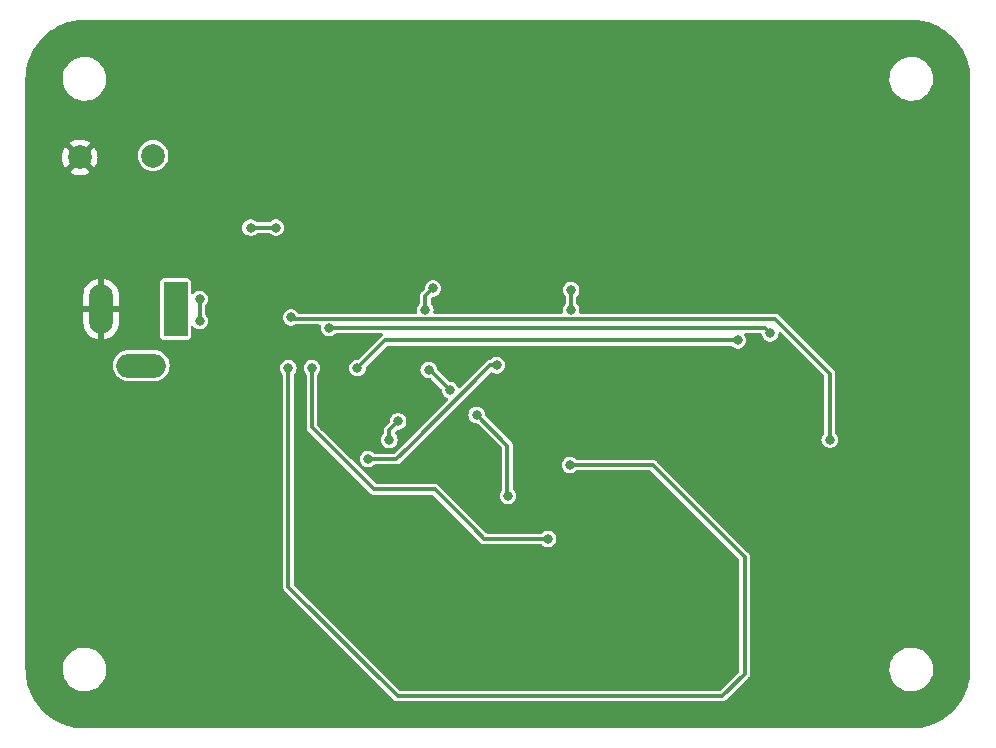
<source format=gbr>
%TF.GenerationSoftware,KiCad,Pcbnew,7.0.1*%
%TF.CreationDate,2023-04-18T15:39:04-07:00*%
%TF.ProjectId,makerspace-smt-training,6d616b65-7273-4706-9163-652d736d742d,rev?*%
%TF.SameCoordinates,Original*%
%TF.FileFunction,Copper,L2,Bot*%
%TF.FilePolarity,Positive*%
%FSLAX46Y46*%
G04 Gerber Fmt 4.6, Leading zero omitted, Abs format (unit mm)*
G04 Created by KiCad (PCBNEW 7.0.1) date 2023-04-18 15:39:04*
%MOMM*%
%LPD*%
G01*
G04 APERTURE LIST*
%TA.AperFunction,ComponentPad*%
%ADD10R,2.000000X4.600000*%
%TD*%
%TA.AperFunction,ComponentPad*%
%ADD11O,2.000000X4.200000*%
%TD*%
%TA.AperFunction,ComponentPad*%
%ADD12O,4.200000X2.000000*%
%TD*%
%TA.AperFunction,ComponentPad*%
%ADD13C,2.000000*%
%TD*%
%TA.AperFunction,ViaPad*%
%ADD14C,0.800000*%
%TD*%
%TA.AperFunction,Conductor*%
%ADD15C,0.300000*%
%TD*%
G04 APERTURE END LIST*
D10*
%TO.P,J1,1*%
%TO.N,VDD*%
X93705000Y-68479000D03*
D11*
%TO.P,J1,2*%
%TO.N,GND*%
X87405000Y-68479000D03*
D12*
%TO.P,J1,3*%
%TO.N,unconnected-(J1-Pad3)*%
X90805000Y-73279000D03*
%TD*%
D13*
%TO.P,TP8,1,1*%
%TO.N,GND*%
X85600000Y-55650000D03*
%TD*%
%TO.P,TP7,1,1*%
%TO.N,/Output_555*%
X91800000Y-55500000D03*
%TD*%
D14*
%TO.N,GND*%
X132080000Y-78740000D03*
X154650000Y-82400000D03*
X147200000Y-92700000D03*
X124350000Y-61300000D03*
X154700000Y-69750000D03*
X113400000Y-66050000D03*
X135300000Y-95900000D03*
X124150000Y-92100000D03*
X135350000Y-55850000D03*
X147500000Y-58000000D03*
X101100000Y-70250000D03*
X106250000Y-78450000D03*
X116450000Y-82100000D03*
X88450000Y-55700000D03*
X118100000Y-72100000D03*
X96500000Y-60350000D03*
X108450000Y-63850000D03*
%TO.N,Net-(U1-THR)*%
X100055500Y-61602079D03*
X102200000Y-61600000D03*
%TO.N,Net-(U2-Q0)*%
X114850000Y-68586481D03*
X115500000Y-66750000D03*
%TO.N,Net-(U2-Q1)*%
X109108982Y-73500500D03*
X141300000Y-71150000D03*
%TO.N,Net-(U2-Q2)*%
X106700000Y-70085981D03*
X144050000Y-70550000D03*
%TO.N,Net-(U2-Q3)*%
X149100000Y-79550000D03*
X103500000Y-69200000D03*
%TO.N,Net-(U2-Q5)*%
X116950000Y-75350000D03*
X119200000Y-77450000D03*
X115150000Y-73650000D03*
X121850000Y-84300000D03*
%TO.N,Net-(U2-Q6)*%
X125250000Y-87950000D03*
X105250000Y-73500500D03*
%TO.N,Net-(U2-Q7)*%
X127100000Y-81700000D03*
X103250000Y-73500500D03*
%TO.N,Net-(U2-Q8)*%
X120900000Y-73250500D03*
X110000000Y-81199500D03*
%TO.N,Net-(U2-Q9)*%
X127200000Y-68586481D03*
X111800000Y-79581607D03*
X127200000Y-66887481D03*
X112550000Y-78000000D03*
%TO.N,/Output_555*%
X95750000Y-67650000D03*
X95750000Y-69499500D03*
%TD*%
D15*
%TO.N,Net-(U1-THR)*%
X102197921Y-61602079D02*
X102200000Y-61600000D01*
X100055500Y-61602079D02*
X102197921Y-61602079D01*
%TO.N,Net-(U2-Q0)*%
X114850000Y-68586481D02*
X114850000Y-67400000D01*
X114850000Y-67400000D02*
X115500000Y-66750000D01*
%TO.N,Net-(U2-Q1)*%
X111459482Y-71150000D02*
X141300000Y-71150000D01*
X109108982Y-73500500D02*
X111459482Y-71150000D01*
%TO.N,Net-(U2-Q2)*%
X143585981Y-70085981D02*
X144050000Y-70550000D01*
X106700000Y-70085981D02*
X143585981Y-70085981D01*
%TO.N,Net-(U2-Q3)*%
X103636481Y-69336481D02*
X144486481Y-69336481D01*
X149100000Y-73950000D02*
X149100000Y-79200000D01*
X103500000Y-69200000D02*
X103636481Y-69336481D01*
X149100000Y-79200000D02*
X149100000Y-79550000D01*
X144486481Y-69336481D02*
X149100000Y-73950000D01*
%TO.N,Net-(U2-Q5)*%
X121800000Y-84250000D02*
X121850000Y-84300000D01*
X121800000Y-80050000D02*
X121800000Y-84000000D01*
X119200000Y-77450000D02*
X121800000Y-80050000D01*
X115150000Y-73650000D02*
X115250000Y-73650000D01*
X121800000Y-84000000D02*
X121800000Y-84250000D01*
X115250000Y-73650000D02*
X116950000Y-75350000D01*
%TO.N,Net-(U2-Q6)*%
X119850000Y-87950000D02*
X125250000Y-87950000D01*
X115550000Y-83750000D02*
X115650000Y-83750000D01*
X105250000Y-78510661D02*
X110489339Y-83750000D01*
X110489339Y-83750000D02*
X111900000Y-83750000D01*
X105250000Y-73500500D02*
X105250000Y-78510661D01*
X111900000Y-83750000D02*
X115550000Y-83750000D01*
X115650000Y-83750000D02*
X118950000Y-87050000D01*
X118950000Y-87050000D02*
X119850000Y-87950000D01*
%TO.N,Net-(U2-Q7)*%
X127100000Y-81700000D02*
X134100000Y-81700000D01*
X134100000Y-81700000D02*
X141900000Y-89500000D01*
X140000000Y-101250000D02*
X112500000Y-101250000D01*
X141900000Y-89500000D02*
X141900000Y-99350000D01*
X112500000Y-101250000D02*
X103250000Y-92000000D01*
X141900000Y-99350000D02*
X140000000Y-101250000D01*
X103250000Y-92000000D02*
X103250000Y-73500500D01*
%TO.N,Net-(U2-Q8)*%
X110000000Y-81199500D02*
X112400500Y-81199500D01*
X120349500Y-73250500D02*
X120900000Y-73250500D01*
X113450000Y-80150000D02*
X120349500Y-73250500D01*
X112400500Y-81199500D02*
X113450000Y-80150000D01*
%TO.N,Net-(U2-Q9)*%
X111800000Y-79581607D02*
X111800000Y-78750000D01*
X127200000Y-68586481D02*
X127200000Y-66887481D01*
X111800000Y-78750000D02*
X112550000Y-78000000D01*
%TO.N,/Output_555*%
X95750000Y-69499500D02*
X95750000Y-67650000D01*
%TD*%
%TA.AperFunction,Conductor*%
%TO.N,GND*%
G36*
X156002562Y-44000605D02*
G01*
X156217600Y-44009500D01*
X156413455Y-44018052D01*
X156423330Y-44018881D01*
X156636706Y-44045479D01*
X156636793Y-44045490D01*
X156834945Y-44071577D01*
X156844192Y-44073153D01*
X157053521Y-44117044D01*
X157054765Y-44117312D01*
X157250386Y-44160680D01*
X157258901Y-44162889D01*
X157463665Y-44223850D01*
X157465325Y-44224359D01*
X157656696Y-44284698D01*
X157664453Y-44287431D01*
X157863363Y-44365046D01*
X157865513Y-44365911D01*
X158051024Y-44442752D01*
X158057972Y-44445886D01*
X158225903Y-44527982D01*
X158249587Y-44539561D01*
X158252383Y-44540972D01*
X158430420Y-44633652D01*
X158436636Y-44637118D01*
X158619793Y-44746255D01*
X158622929Y-44748187D01*
X158686491Y-44788681D01*
X158792282Y-44856078D01*
X158797710Y-44859741D01*
X158971184Y-44983599D01*
X158974616Y-44986140D01*
X159133912Y-45108372D01*
X159138567Y-45112126D01*
X159301226Y-45249891D01*
X159304838Y-45253072D01*
X159452925Y-45388769D01*
X159456807Y-45392486D01*
X159607512Y-45543191D01*
X159611232Y-45547076D01*
X159746921Y-45695155D01*
X159750107Y-45698772D01*
X159887872Y-45861431D01*
X159891626Y-45866086D01*
X160013858Y-46025382D01*
X160016399Y-46028814D01*
X160140257Y-46202288D01*
X160143920Y-46207716D01*
X160251800Y-46377052D01*
X160253743Y-46380205D01*
X160362880Y-46563362D01*
X160366346Y-46569578D01*
X160459026Y-46747615D01*
X160460437Y-46750411D01*
X160554099Y-46941997D01*
X160557260Y-46949005D01*
X160634051Y-47134395D01*
X160634991Y-47136734D01*
X160652157Y-47180724D01*
X160712559Y-47335523D01*
X160715302Y-47343309D01*
X160775602Y-47534554D01*
X160776186Y-47536460D01*
X160837105Y-47741084D01*
X160839321Y-47749627D01*
X160882671Y-47945166D01*
X160882971Y-47946559D01*
X160926844Y-48155802D01*
X160928422Y-48165062D01*
X160954459Y-48362829D01*
X160954568Y-48363677D01*
X160981114Y-48576641D01*
X160981948Y-48586570D01*
X160990513Y-48782728D01*
X160990525Y-48783013D01*
X160999394Y-48997438D01*
X160999500Y-49002562D01*
X160999500Y-98997438D01*
X160999394Y-99002563D01*
X160990525Y-99216987D01*
X160990513Y-99217271D01*
X160981948Y-99413428D01*
X160981114Y-99423357D01*
X160954568Y-99636321D01*
X160954459Y-99637169D01*
X160928422Y-99834936D01*
X160926844Y-99844196D01*
X160882971Y-100053439D01*
X160882671Y-100054832D01*
X160839321Y-100250371D01*
X160837105Y-100258914D01*
X160776186Y-100463538D01*
X160775602Y-100465444D01*
X160715302Y-100656689D01*
X160712559Y-100664475D01*
X160635008Y-100863224D01*
X160634051Y-100865603D01*
X160557260Y-101050993D01*
X160554099Y-101058001D01*
X160460437Y-101249587D01*
X160459026Y-101252383D01*
X160366346Y-101430420D01*
X160362880Y-101436636D01*
X160253743Y-101619793D01*
X160251800Y-101622946D01*
X160143920Y-101792282D01*
X160140257Y-101797710D01*
X160016399Y-101971184D01*
X160013858Y-101974616D01*
X159891626Y-102133912D01*
X159887872Y-102138567D01*
X159750107Y-102301226D01*
X159746908Y-102304858D01*
X159611254Y-102452899D01*
X159607512Y-102456807D01*
X159456807Y-102607512D01*
X159452899Y-102611254D01*
X159304858Y-102746908D01*
X159301226Y-102750107D01*
X159138567Y-102887872D01*
X159133912Y-102891626D01*
X158974616Y-103013858D01*
X158971184Y-103016399D01*
X158797710Y-103140257D01*
X158792282Y-103143920D01*
X158622946Y-103251800D01*
X158619793Y-103253743D01*
X158436636Y-103362880D01*
X158430420Y-103366346D01*
X158252383Y-103459026D01*
X158249587Y-103460437D01*
X158058001Y-103554099D01*
X158050993Y-103557260D01*
X157865603Y-103634051D01*
X157863224Y-103635008D01*
X157664475Y-103712559D01*
X157656689Y-103715302D01*
X157465444Y-103775602D01*
X157463538Y-103776186D01*
X157258914Y-103837105D01*
X157250371Y-103839321D01*
X157054832Y-103882671D01*
X157053439Y-103882971D01*
X156844196Y-103926844D01*
X156834936Y-103928422D01*
X156637169Y-103954459D01*
X156636321Y-103954568D01*
X156423357Y-103981114D01*
X156413428Y-103981948D01*
X156217381Y-103990508D01*
X156217097Y-103990520D01*
X156002563Y-103999394D01*
X155997438Y-103999500D01*
X86002562Y-103999500D01*
X85997437Y-103999394D01*
X85782901Y-103990520D01*
X85782617Y-103990508D01*
X85586570Y-103981948D01*
X85576641Y-103981114D01*
X85363677Y-103954568D01*
X85362829Y-103954459D01*
X85165062Y-103928422D01*
X85155802Y-103926844D01*
X84946559Y-103882971D01*
X84945166Y-103882671D01*
X84749627Y-103839321D01*
X84741084Y-103837105D01*
X84536460Y-103776186D01*
X84534554Y-103775602D01*
X84343309Y-103715302D01*
X84335523Y-103712559D01*
X84206985Y-103662404D01*
X84136734Y-103634991D01*
X84134395Y-103634051D01*
X83949005Y-103557260D01*
X83941997Y-103554099D01*
X83750411Y-103460437D01*
X83747615Y-103459026D01*
X83569578Y-103366346D01*
X83563362Y-103362880D01*
X83380205Y-103253743D01*
X83377052Y-103251800D01*
X83207716Y-103143920D01*
X83202288Y-103140257D01*
X83028814Y-103016399D01*
X83025382Y-103013858D01*
X82866086Y-102891626D01*
X82861431Y-102887872D01*
X82698772Y-102750107D01*
X82695155Y-102746921D01*
X82547076Y-102611232D01*
X82543191Y-102607512D01*
X82392486Y-102456807D01*
X82388769Y-102452925D01*
X82253072Y-102304838D01*
X82249891Y-102301226D01*
X82112126Y-102138567D01*
X82108372Y-102133912D01*
X81986140Y-101974616D01*
X81983599Y-101971184D01*
X81859741Y-101797710D01*
X81856078Y-101792282D01*
X81769493Y-101656372D01*
X81748187Y-101622929D01*
X81746255Y-101619793D01*
X81744874Y-101617476D01*
X81702128Y-101545738D01*
X81637118Y-101436636D01*
X81633652Y-101430420D01*
X81540972Y-101252383D01*
X81539561Y-101249587D01*
X81527982Y-101225903D01*
X81445886Y-101057972D01*
X81442752Y-101051024D01*
X81365911Y-100865513D01*
X81365046Y-100863363D01*
X81287431Y-100664453D01*
X81284696Y-100656689D01*
X81224359Y-100465325D01*
X81223850Y-100463665D01*
X81162889Y-100258901D01*
X81160680Y-100250386D01*
X81117312Y-100054765D01*
X81117027Y-100053439D01*
X81111495Y-100027057D01*
X81073153Y-99844192D01*
X81071576Y-99834936D01*
X81057191Y-99725670D01*
X81045490Y-99636793D01*
X81045483Y-99636743D01*
X81018881Y-99423330D01*
X81018052Y-99413455D01*
X81009486Y-99217271D01*
X81003302Y-99067764D01*
X84145787Y-99067764D01*
X84175413Y-99337016D01*
X84181619Y-99360754D01*
X84243928Y-99599088D01*
X84283142Y-99691366D01*
X84349871Y-99848392D01*
X84490982Y-100079611D01*
X84633102Y-100250386D01*
X84664255Y-100287820D01*
X84865998Y-100468582D01*
X85091910Y-100618044D01*
X85103197Y-100623335D01*
X85337177Y-100733021D01*
X85558145Y-100799500D01*
X85596569Y-100811060D01*
X85864561Y-100850500D01*
X86067631Y-100850500D01*
X86067634Y-100850500D01*
X86270156Y-100835677D01*
X86343782Y-100819276D01*
X86534553Y-100776780D01*
X86787558Y-100680014D01*
X87023777Y-100547441D01*
X87238177Y-100381888D01*
X87426186Y-100186881D01*
X87583799Y-99966579D01*
X87707656Y-99725675D01*
X87795118Y-99469305D01*
X87844319Y-99202933D01*
X87854212Y-98932235D01*
X87824586Y-98662982D01*
X87756072Y-98400912D01*
X87650130Y-98151610D01*
X87509018Y-97920390D01*
X87509017Y-97920388D01*
X87335746Y-97712181D01*
X87230758Y-97618112D01*
X87134002Y-97531418D01*
X86908090Y-97381956D01*
X86908086Y-97381954D01*
X86662822Y-97266978D01*
X86403437Y-97188941D01*
X86403431Y-97188940D01*
X86135439Y-97149500D01*
X85932369Y-97149500D01*
X85932366Y-97149500D01*
X85729843Y-97164322D01*
X85465449Y-97223219D01*
X85212441Y-97319986D01*
X84976223Y-97452559D01*
X84761825Y-97618109D01*
X84573813Y-97813120D01*
X84416201Y-98033420D01*
X84292342Y-98274329D01*
X84204881Y-98530695D01*
X84155680Y-98797066D01*
X84145787Y-99067764D01*
X81003302Y-99067764D01*
X81000605Y-99002562D01*
X81000500Y-98997439D01*
X81000500Y-73278999D01*
X88399531Y-73278999D01*
X88419364Y-73505689D01*
X88478261Y-73725497D01*
X88574432Y-73931735D01*
X88704953Y-74118140D01*
X88865859Y-74279046D01*
X89052264Y-74409567D01*
X89052265Y-74409567D01*
X89052266Y-74409568D01*
X89258504Y-74505739D01*
X89478308Y-74564635D01*
X89563262Y-74572067D01*
X89648214Y-74579500D01*
X89648216Y-74579500D01*
X91961784Y-74579500D01*
X91961786Y-74579500D01*
X92029747Y-74573554D01*
X92131692Y-74564635D01*
X92351496Y-74505739D01*
X92557734Y-74409568D01*
X92744139Y-74279047D01*
X92905047Y-74118139D01*
X93035568Y-73931734D01*
X93131739Y-73725496D01*
X93190635Y-73505692D01*
X93191089Y-73500500D01*
X102544355Y-73500500D01*
X102553002Y-73571716D01*
X102564860Y-73669372D01*
X102625182Y-73828430D01*
X102721817Y-73968430D01*
X102757727Y-74000243D01*
X102788576Y-74042167D01*
X102799500Y-74093058D01*
X102799500Y-91967738D01*
X102798720Y-91981622D01*
X102794729Y-92017034D01*
X102805356Y-92073194D01*
X102806133Y-92077766D01*
X102815550Y-92140248D01*
X102817163Y-92145148D01*
X102846687Y-92201010D01*
X102848777Y-92205150D01*
X102876184Y-92262060D01*
X102879183Y-92266287D01*
X102923847Y-92310951D01*
X102927064Y-92314291D01*
X102970040Y-92360608D01*
X102984930Y-92372034D01*
X112158634Y-101545738D01*
X112167900Y-101556106D01*
X112190121Y-101583970D01*
X112237336Y-101616161D01*
X112241117Y-101618843D01*
X112291968Y-101656372D01*
X112296576Y-101658698D01*
X112302326Y-101660471D01*
X112302327Y-101660472D01*
X112357001Y-101677336D01*
X112361337Y-101678763D01*
X112415300Y-101697646D01*
X112415302Y-101697646D01*
X112420989Y-101699636D01*
X112426070Y-101700500D01*
X112432098Y-101700500D01*
X112489261Y-101700500D01*
X112493898Y-101700587D01*
X112551010Y-101702724D01*
X112551010Y-101702723D01*
X112557029Y-101702949D01*
X112575635Y-101700500D01*
X139967738Y-101700500D01*
X139981622Y-101701280D01*
X140017033Y-101705270D01*
X140017033Y-101705269D01*
X140017035Y-101705270D01*
X140073228Y-101694636D01*
X140077726Y-101693872D01*
X140134287Y-101685348D01*
X140134288Y-101685347D01*
X140140268Y-101684446D01*
X140145128Y-101682846D01*
X140150467Y-101680023D01*
X140150472Y-101680023D01*
X140201045Y-101653292D01*
X140205136Y-101651227D01*
X140256642Y-101626425D01*
X140256644Y-101626422D01*
X140262078Y-101623806D01*
X140266271Y-101620831D01*
X140270533Y-101616568D01*
X140270538Y-101616566D01*
X140311001Y-101576101D01*
X140314259Y-101572962D01*
X140356194Y-101534055D01*
X140356195Y-101534053D01*
X140360613Y-101529954D01*
X140372033Y-101515069D01*
X142195744Y-99691357D01*
X142206093Y-99682109D01*
X142233970Y-99659879D01*
X142266191Y-99612618D01*
X142268859Y-99608859D01*
X142302793Y-99562882D01*
X142302794Y-99562877D01*
X142306381Y-99558018D01*
X142308692Y-99553441D01*
X142310470Y-99547675D01*
X142310472Y-99547673D01*
X142327330Y-99493014D01*
X142328775Y-99488626D01*
X142335536Y-99469305D01*
X142347646Y-99434699D01*
X142347646Y-99434695D01*
X142349637Y-99429006D01*
X142350500Y-99423932D01*
X142350500Y-99360754D01*
X142350587Y-99356116D01*
X142352950Y-99292973D01*
X142350500Y-99274362D01*
X142350500Y-99067764D01*
X154145787Y-99067764D01*
X154175413Y-99337016D01*
X154181619Y-99360754D01*
X154243928Y-99599088D01*
X154283142Y-99691366D01*
X154349871Y-99848392D01*
X154490982Y-100079611D01*
X154633102Y-100250386D01*
X154664255Y-100287820D01*
X154865998Y-100468582D01*
X155091910Y-100618044D01*
X155103197Y-100623335D01*
X155337177Y-100733021D01*
X155558145Y-100799500D01*
X155596569Y-100811060D01*
X155864561Y-100850500D01*
X156067631Y-100850500D01*
X156067634Y-100850500D01*
X156270156Y-100835677D01*
X156343782Y-100819276D01*
X156534553Y-100776780D01*
X156787558Y-100680014D01*
X157023777Y-100547441D01*
X157238177Y-100381888D01*
X157426186Y-100186881D01*
X157583799Y-99966579D01*
X157707656Y-99725675D01*
X157795118Y-99469305D01*
X157844319Y-99202933D01*
X157854212Y-98932235D01*
X157824586Y-98662982D01*
X157756072Y-98400912D01*
X157650130Y-98151610D01*
X157509018Y-97920390D01*
X157509017Y-97920388D01*
X157335746Y-97712181D01*
X157230758Y-97618112D01*
X157134002Y-97531418D01*
X156908090Y-97381956D01*
X156908086Y-97381954D01*
X156662822Y-97266978D01*
X156403437Y-97188941D01*
X156403431Y-97188940D01*
X156135439Y-97149500D01*
X155932369Y-97149500D01*
X155932366Y-97149500D01*
X155729843Y-97164322D01*
X155465449Y-97223219D01*
X155212441Y-97319986D01*
X154976223Y-97452559D01*
X154761825Y-97618109D01*
X154573813Y-97813120D01*
X154416201Y-98033420D01*
X154292342Y-98274329D01*
X154204881Y-98530695D01*
X154155680Y-98797066D01*
X154145787Y-99067764D01*
X142350500Y-99067764D01*
X142350500Y-89532262D01*
X142351280Y-89518378D01*
X142355270Y-89482965D01*
X142355269Y-89482964D01*
X142344635Y-89426761D01*
X142343864Y-89422217D01*
X142334450Y-89359752D01*
X142332839Y-89354856D01*
X142303305Y-89298976D01*
X142301215Y-89294835D01*
X142273815Y-89237937D01*
X142270820Y-89233717D01*
X142226164Y-89189061D01*
X142222946Y-89185721D01*
X142179958Y-89139391D01*
X142165067Y-89127964D01*
X134441368Y-81404265D01*
X134432102Y-81393897D01*
X134409879Y-81366030D01*
X134362608Y-81333800D01*
X134358870Y-81331148D01*
X134308035Y-81293629D01*
X134303424Y-81291302D01*
X134243049Y-81272679D01*
X134238644Y-81271230D01*
X134179023Y-81250368D01*
X134173914Y-81249500D01*
X134167902Y-81249500D01*
X134110738Y-81249500D01*
X134106101Y-81249413D01*
X134042970Y-81247050D01*
X134024365Y-81249500D01*
X127694884Y-81249500D01*
X127650914Y-81241442D01*
X127612658Y-81218316D01*
X127500853Y-81119267D01*
X127500852Y-81119266D01*
X127425538Y-81079737D01*
X127350224Y-81040209D01*
X127225764Y-81009533D01*
X127185056Y-80999500D01*
X127014944Y-80999500D01*
X126982284Y-81007549D01*
X126849775Y-81040209D01*
X126699149Y-81119265D01*
X126571815Y-81232072D01*
X126475182Y-81372069D01*
X126414860Y-81531127D01*
X126394354Y-81699999D01*
X126414860Y-81868872D01*
X126475182Y-82027930D01*
X126571815Y-82167927D01*
X126571816Y-82167928D01*
X126571817Y-82167929D01*
X126699148Y-82280734D01*
X126849775Y-82359790D01*
X127014944Y-82400500D01*
X127185055Y-82400500D01*
X127185056Y-82400500D01*
X127350225Y-82359790D01*
X127500852Y-82280734D01*
X127557067Y-82230931D01*
X127612658Y-82181684D01*
X127650914Y-82158558D01*
X127694884Y-82150500D01*
X133862034Y-82150500D01*
X133909487Y-82159939D01*
X133949715Y-82186819D01*
X141413181Y-89650284D01*
X141440061Y-89690512D01*
X141449500Y-89737965D01*
X141449500Y-99112035D01*
X141440061Y-99159488D01*
X141413181Y-99199716D01*
X139849716Y-100763181D01*
X139809488Y-100790061D01*
X139762035Y-100799500D01*
X112737965Y-100799500D01*
X112690512Y-100790061D01*
X112650284Y-100763181D01*
X103736819Y-91849716D01*
X103709939Y-91809488D01*
X103700500Y-91762035D01*
X103700500Y-74093058D01*
X103711424Y-74042167D01*
X103742273Y-74000243D01*
X103778182Y-73968430D01*
X103790213Y-73951000D01*
X103874818Y-73828430D01*
X103935140Y-73669372D01*
X103955645Y-73500500D01*
X104544355Y-73500500D01*
X104553002Y-73571716D01*
X104564860Y-73669372D01*
X104625182Y-73828430D01*
X104721817Y-73968430D01*
X104757727Y-74000243D01*
X104788576Y-74042167D01*
X104799500Y-74093058D01*
X104799500Y-78478399D01*
X104798720Y-78492283D01*
X104794729Y-78527695D01*
X104805356Y-78583855D01*
X104806133Y-78588427D01*
X104815550Y-78650909D01*
X104817163Y-78655809D01*
X104846687Y-78711671D01*
X104848777Y-78715811D01*
X104876184Y-78772721D01*
X104879183Y-78776948D01*
X104923847Y-78821612D01*
X104927064Y-78824952D01*
X104970040Y-78871269D01*
X104984930Y-78882695D01*
X110147969Y-84045733D01*
X110157235Y-84056101D01*
X110179459Y-84083969D01*
X110226703Y-84116180D01*
X110230484Y-84118863D01*
X110281312Y-84156376D01*
X110285903Y-84158694D01*
X110291664Y-84160471D01*
X110291666Y-84160472D01*
X110346322Y-84177330D01*
X110350681Y-84178765D01*
X110404639Y-84197646D01*
X110404642Y-84197646D01*
X110410330Y-84199636D01*
X110415410Y-84200500D01*
X110421437Y-84200500D01*
X110478600Y-84200500D01*
X110483237Y-84200587D01*
X110540349Y-84202724D01*
X110540349Y-84202723D01*
X110546368Y-84202949D01*
X110564974Y-84200500D01*
X111832098Y-84200500D01*
X111933762Y-84200500D01*
X115412034Y-84200500D01*
X115459487Y-84209939D01*
X115499715Y-84236819D01*
X118574750Y-87311853D01*
X118574752Y-87311856D01*
X118583433Y-87320537D01*
X118583434Y-87320538D01*
X119212897Y-87950000D01*
X119508630Y-88245733D01*
X119517896Y-88256101D01*
X119540120Y-88283969D01*
X119587364Y-88316180D01*
X119591145Y-88318863D01*
X119641973Y-88356376D01*
X119646564Y-88358694D01*
X119652325Y-88360471D01*
X119652327Y-88360472D01*
X119706983Y-88377330D01*
X119711342Y-88378765D01*
X119765300Y-88397646D01*
X119765303Y-88397646D01*
X119770991Y-88399636D01*
X119776071Y-88400500D01*
X119782098Y-88400500D01*
X119839261Y-88400500D01*
X119843898Y-88400587D01*
X119901010Y-88402724D01*
X119901010Y-88402723D01*
X119907029Y-88402949D01*
X119925635Y-88400500D01*
X124655116Y-88400500D01*
X124699086Y-88408558D01*
X124737342Y-88431684D01*
X124829963Y-88513738D01*
X124849148Y-88530734D01*
X124999775Y-88609790D01*
X125164944Y-88650500D01*
X125335055Y-88650500D01*
X125335056Y-88650500D01*
X125500225Y-88609790D01*
X125650852Y-88530734D01*
X125778183Y-88417929D01*
X125874818Y-88277930D01*
X125935140Y-88118872D01*
X125955645Y-87950000D01*
X125935140Y-87781128D01*
X125874818Y-87622070D01*
X125826500Y-87552070D01*
X125778184Y-87482072D01*
X125762657Y-87468316D01*
X125650852Y-87369266D01*
X125541462Y-87311853D01*
X125500224Y-87290209D01*
X125375765Y-87259533D01*
X125335056Y-87249500D01*
X125164944Y-87249500D01*
X125132284Y-87257549D01*
X124999775Y-87290209D01*
X124849146Y-87369267D01*
X124737342Y-87468316D01*
X124699086Y-87491442D01*
X124655116Y-87499500D01*
X120087965Y-87499500D01*
X120040512Y-87490061D01*
X120000284Y-87463181D01*
X115991368Y-83454265D01*
X115982102Y-83443897D01*
X115959879Y-83416030D01*
X115912608Y-83383800D01*
X115908870Y-83381148D01*
X115858035Y-83343629D01*
X115853424Y-83341302D01*
X115793049Y-83322679D01*
X115788644Y-83321230D01*
X115729023Y-83300368D01*
X115723914Y-83299500D01*
X115717902Y-83299500D01*
X115660738Y-83299500D01*
X115656101Y-83299413D01*
X115592970Y-83297050D01*
X115574365Y-83299500D01*
X111967902Y-83299500D01*
X110727304Y-83299500D01*
X110679851Y-83290061D01*
X110639623Y-83263181D01*
X108575941Y-81199499D01*
X109294354Y-81199499D01*
X109314860Y-81368372D01*
X109375182Y-81527430D01*
X109471815Y-81667427D01*
X109471816Y-81667428D01*
X109471817Y-81667429D01*
X109599148Y-81780234D01*
X109749775Y-81859290D01*
X109914944Y-81900000D01*
X110085055Y-81900000D01*
X110085056Y-81900000D01*
X110250225Y-81859290D01*
X110400852Y-81780234D01*
X110457067Y-81730431D01*
X110512658Y-81681184D01*
X110550914Y-81658058D01*
X110594884Y-81650000D01*
X112368238Y-81650000D01*
X112382122Y-81650780D01*
X112417533Y-81654770D01*
X112417533Y-81654769D01*
X112417535Y-81654770D01*
X112473728Y-81644136D01*
X112478226Y-81643372D01*
X112534787Y-81634848D01*
X112534788Y-81634847D01*
X112540768Y-81633946D01*
X112545628Y-81632346D01*
X112550967Y-81629523D01*
X112550972Y-81629523D01*
X112601545Y-81602792D01*
X112605636Y-81600727D01*
X112657142Y-81575925D01*
X112657144Y-81575922D01*
X112662578Y-81573306D01*
X112666771Y-81570331D01*
X112671033Y-81566068D01*
X112671038Y-81566066D01*
X112711501Y-81525601D01*
X112714759Y-81522462D01*
X112756694Y-81483555D01*
X112756695Y-81483553D01*
X112761113Y-81479454D01*
X112772533Y-81464569D01*
X113706309Y-80530794D01*
X113706312Y-80530792D01*
X115370249Y-78866855D01*
X116787103Y-77450000D01*
X118494354Y-77450000D01*
X118514860Y-77618872D01*
X118575182Y-77777930D01*
X118671815Y-77917927D01*
X118671816Y-77917928D01*
X118671817Y-77917929D01*
X118799148Y-78030734D01*
X118949775Y-78109790D01*
X119114944Y-78150500D01*
X119212034Y-78150500D01*
X119259487Y-78159939D01*
X119299715Y-78186819D01*
X121313181Y-80200284D01*
X121340061Y-80240512D01*
X121349500Y-80287965D01*
X121349500Y-83753325D01*
X121343885Y-83790216D01*
X121327550Y-83823765D01*
X121225182Y-83972069D01*
X121164860Y-84131127D01*
X121144354Y-84300000D01*
X121164860Y-84468872D01*
X121225182Y-84627930D01*
X121321815Y-84767927D01*
X121321816Y-84767928D01*
X121321817Y-84767929D01*
X121449148Y-84880734D01*
X121599775Y-84959790D01*
X121764944Y-85000500D01*
X121935055Y-85000500D01*
X121935056Y-85000500D01*
X122100225Y-84959790D01*
X122250852Y-84880734D01*
X122378183Y-84767929D01*
X122474818Y-84627930D01*
X122535140Y-84468872D01*
X122555645Y-84300000D01*
X122535140Y-84131128D01*
X122474818Y-83972070D01*
X122378183Y-83832071D01*
X122378182Y-83832069D01*
X122292273Y-83755961D01*
X122261424Y-83714037D01*
X122250500Y-83663146D01*
X122250500Y-80082262D01*
X122251280Y-80068378D01*
X122255270Y-80032966D01*
X122252425Y-80017929D01*
X122244635Y-79976761D01*
X122243864Y-79972220D01*
X122234448Y-79909744D01*
X122232842Y-79904861D01*
X122225622Y-79891202D01*
X122203296Y-79848961D01*
X122201241Y-79844892D01*
X122176425Y-79793358D01*
X122176423Y-79793356D01*
X122173807Y-79787923D01*
X122170827Y-79783723D01*
X122126165Y-79739062D01*
X122122946Y-79735721D01*
X122084055Y-79693806D01*
X122084053Y-79693805D01*
X122079958Y-79689391D01*
X122065067Y-79677964D01*
X119940916Y-77553813D01*
X119911379Y-77506580D01*
X119905501Y-77451183D01*
X119905645Y-77450000D01*
X119885140Y-77281128D01*
X119824818Y-77122070D01*
X119728183Y-76982071D01*
X119600852Y-76869266D01*
X119586588Y-76861779D01*
X119450224Y-76790209D01*
X119325765Y-76759533D01*
X119285056Y-76749500D01*
X119114944Y-76749500D01*
X119082284Y-76757549D01*
X118949775Y-76790209D01*
X118799149Y-76869265D01*
X118671815Y-76982072D01*
X118575182Y-77122069D01*
X118514860Y-77281127D01*
X118494354Y-77450000D01*
X116787103Y-77450000D01*
X120373459Y-73863643D01*
X120417167Y-73835384D01*
X120468625Y-73827552D01*
X120518764Y-73841530D01*
X120585958Y-73876796D01*
X120649775Y-73910290D01*
X120814944Y-73951000D01*
X120985055Y-73951000D01*
X120985056Y-73951000D01*
X121150225Y-73910290D01*
X121300852Y-73831234D01*
X121428183Y-73718429D01*
X121524818Y-73578430D01*
X121585140Y-73419372D01*
X121605645Y-73250500D01*
X121585140Y-73081628D01*
X121524818Y-72922570D01*
X121468313Y-72840709D01*
X121428184Y-72782572D01*
X121428183Y-72782571D01*
X121300852Y-72669766D01*
X121217967Y-72626264D01*
X121150224Y-72590709D01*
X121025764Y-72560033D01*
X120985056Y-72550000D01*
X120814944Y-72550000D01*
X120782284Y-72558049D01*
X120649775Y-72590709D01*
X120499146Y-72669767D01*
X120389920Y-72766532D01*
X120330748Y-72795554D01*
X120276313Y-72805854D01*
X120271741Y-72806631D01*
X120209258Y-72816049D01*
X120204351Y-72817663D01*
X120148485Y-72847190D01*
X120144347Y-72849279D01*
X120087436Y-72876686D01*
X120083212Y-72879683D01*
X120038559Y-72924336D01*
X120035222Y-72927551D01*
X119988892Y-72970539D01*
X119977467Y-72985428D01*
X117811072Y-75151823D01*
X117758489Y-75183071D01*
X117697365Y-75185380D01*
X117642574Y-75158188D01*
X117607449Y-75108112D01*
X117574818Y-75022070D01*
X117478184Y-74882072D01*
X117478183Y-74882071D01*
X117350852Y-74769266D01*
X117336588Y-74761779D01*
X117200224Y-74690209D01*
X117075765Y-74659533D01*
X117035056Y-74649500D01*
X117035055Y-74649500D01*
X116937966Y-74649500D01*
X116890513Y-74640061D01*
X116850285Y-74613181D01*
X115881554Y-73644451D01*
X115857748Y-73611053D01*
X115846139Y-73571716D01*
X115835140Y-73481128D01*
X115774818Y-73322070D01*
X115678183Y-73182071D01*
X115550852Y-73069266D01*
X115536588Y-73061779D01*
X115400224Y-72990209D01*
X115275764Y-72959533D01*
X115235056Y-72949500D01*
X115064944Y-72949500D01*
X115032284Y-72957549D01*
X114899775Y-72990209D01*
X114749149Y-73069265D01*
X114621815Y-73182072D01*
X114525182Y-73322069D01*
X114464860Y-73481127D01*
X114444354Y-73650000D01*
X114464860Y-73818872D01*
X114525182Y-73977930D01*
X114621815Y-74117927D01*
X114621816Y-74117928D01*
X114621817Y-74117929D01*
X114749148Y-74230734D01*
X114899775Y-74309790D01*
X115064944Y-74350500D01*
X115064945Y-74350500D01*
X115250112Y-74350500D01*
X115250112Y-74352050D01*
X115292970Y-74352695D01*
X115347357Y-74384461D01*
X116209083Y-75246186D01*
X116238618Y-75293414D01*
X116244499Y-75348806D01*
X116244354Y-75349997D01*
X116264860Y-75518872D01*
X116325182Y-75677930D01*
X116421815Y-75817927D01*
X116421816Y-75817928D01*
X116421817Y-75817929D01*
X116549148Y-75930734D01*
X116663700Y-75990856D01*
X116713108Y-76016788D01*
X116711669Y-76019529D01*
X116746208Y-76038662D01*
X116779313Y-76094360D01*
X116779805Y-76159152D01*
X116747550Y-76215346D01*
X113162020Y-79800876D01*
X112250216Y-80712681D01*
X112209988Y-80739561D01*
X112162535Y-80749000D01*
X110594884Y-80749000D01*
X110550914Y-80740942D01*
X110512658Y-80717816D01*
X110400853Y-80618767D01*
X110400852Y-80618766D01*
X110325538Y-80579237D01*
X110250224Y-80539709D01*
X110125765Y-80509033D01*
X110085056Y-80499000D01*
X109914944Y-80499000D01*
X109882284Y-80507049D01*
X109749775Y-80539709D01*
X109599149Y-80618765D01*
X109471815Y-80731572D01*
X109375182Y-80871569D01*
X109314860Y-81030627D01*
X109294354Y-81199499D01*
X108575941Y-81199499D01*
X106958049Y-79581607D01*
X111094354Y-79581607D01*
X111114860Y-79750479D01*
X111175182Y-79909537D01*
X111271815Y-80049534D01*
X111271816Y-80049535D01*
X111271817Y-80049536D01*
X111399148Y-80162341D01*
X111549775Y-80241397D01*
X111714944Y-80282107D01*
X111885055Y-80282107D01*
X111885056Y-80282107D01*
X112050225Y-80241397D01*
X112200852Y-80162341D01*
X112328183Y-80049536D01*
X112424818Y-79909537D01*
X112485140Y-79750479D01*
X112505645Y-79581607D01*
X112485140Y-79412735D01*
X112424818Y-79253677D01*
X112328183Y-79113678D01*
X112328182Y-79113676D01*
X112292273Y-79081864D01*
X112261424Y-79039940D01*
X112250500Y-78989049D01*
X112250500Y-78987966D01*
X112259939Y-78940513D01*
X112286816Y-78900287D01*
X112450286Y-78736816D01*
X112490512Y-78709939D01*
X112537965Y-78700500D01*
X112635055Y-78700500D01*
X112635056Y-78700500D01*
X112800225Y-78659790D01*
X112950852Y-78580734D01*
X113078183Y-78467929D01*
X113174818Y-78327930D01*
X113235140Y-78168872D01*
X113255645Y-78000000D01*
X113235140Y-77831128D01*
X113174818Y-77672070D01*
X113078183Y-77532071D01*
X112950852Y-77419266D01*
X112936588Y-77411780D01*
X112800224Y-77340209D01*
X112675764Y-77309533D01*
X112635056Y-77299500D01*
X112464944Y-77299500D01*
X112432284Y-77307549D01*
X112299775Y-77340209D01*
X112149149Y-77419265D01*
X112021815Y-77532072D01*
X111925182Y-77672069D01*
X111864860Y-77831127D01*
X111844355Y-78000000D01*
X111844499Y-78001189D01*
X111838618Y-78056583D01*
X111809083Y-78103812D01*
X111504264Y-78408631D01*
X111493898Y-78417895D01*
X111466031Y-78440118D01*
X111433824Y-78487356D01*
X111431144Y-78491132D01*
X111393633Y-78541959D01*
X111391301Y-78546578D01*
X111372674Y-78606966D01*
X111371225Y-78611369D01*
X111350369Y-78670973D01*
X111349500Y-78676090D01*
X111349500Y-78739262D01*
X111349413Y-78743899D01*
X111347050Y-78807029D01*
X111349500Y-78825635D01*
X111349500Y-78989049D01*
X111338576Y-79039940D01*
X111307727Y-79081864D01*
X111271817Y-79113676D01*
X111175182Y-79253676D01*
X111114860Y-79412734D01*
X111094354Y-79581607D01*
X106958049Y-79581607D01*
X105736819Y-78360377D01*
X105709939Y-78320149D01*
X105700500Y-78272696D01*
X105700500Y-74093058D01*
X105711424Y-74042167D01*
X105742273Y-74000243D01*
X105778182Y-73968430D01*
X105790213Y-73951000D01*
X105874818Y-73828430D01*
X105935140Y-73669372D01*
X105955645Y-73500500D01*
X105935140Y-73331628D01*
X105874818Y-73172570D01*
X105778183Y-73032571D01*
X105650852Y-72919766D01*
X105636588Y-72912279D01*
X105500224Y-72840709D01*
X105361959Y-72806631D01*
X105335056Y-72800000D01*
X105164944Y-72800000D01*
X105141193Y-72805854D01*
X104999775Y-72840709D01*
X104849149Y-72919765D01*
X104721815Y-73032572D01*
X104625182Y-73172569D01*
X104568484Y-73322070D01*
X104564860Y-73331628D01*
X104544355Y-73500500D01*
X103955645Y-73500500D01*
X103935140Y-73331628D01*
X103874818Y-73172570D01*
X103778183Y-73032571D01*
X103650852Y-72919766D01*
X103636588Y-72912279D01*
X103500224Y-72840709D01*
X103361959Y-72806631D01*
X103335056Y-72800000D01*
X103164944Y-72800000D01*
X103141193Y-72805854D01*
X102999775Y-72840709D01*
X102849149Y-72919765D01*
X102721815Y-73032572D01*
X102625182Y-73172569D01*
X102568484Y-73322070D01*
X102564860Y-73331628D01*
X102544355Y-73500500D01*
X93191089Y-73500500D01*
X93210468Y-73279000D01*
X93207974Y-73250499D01*
X93193200Y-73081627D01*
X93190635Y-73052308D01*
X93131739Y-72832504D01*
X93035568Y-72626266D01*
X92982166Y-72550000D01*
X92905046Y-72439859D01*
X92744140Y-72278953D01*
X92557735Y-72148432D01*
X92351497Y-72052261D01*
X92131689Y-71993364D01*
X91961786Y-71978500D01*
X91961784Y-71978500D01*
X89648216Y-71978500D01*
X89648214Y-71978500D01*
X89478310Y-71993364D01*
X89258502Y-72052261D01*
X89052264Y-72148432D01*
X88865859Y-72278953D01*
X88704953Y-72439859D01*
X88574432Y-72626264D01*
X88478261Y-72832502D01*
X88419364Y-73052310D01*
X88399531Y-73278999D01*
X81000500Y-73278999D01*
X81000500Y-68729000D01*
X85905000Y-68729000D01*
X85905000Y-69641049D01*
X85920386Y-69826732D01*
X85981413Y-70067721D01*
X86081266Y-70295365D01*
X86217233Y-70503477D01*
X86385596Y-70686368D01*
X86581766Y-70839053D01*
X86800393Y-70957368D01*
X87035508Y-71038083D01*
X87154999Y-71058023D01*
X87155000Y-71058023D01*
X87155000Y-68729000D01*
X87655000Y-68729000D01*
X87655000Y-71058023D01*
X87774491Y-71038083D01*
X88009606Y-70957368D01*
X88228233Y-70839053D01*
X88247744Y-70823867D01*
X92404500Y-70823867D01*
X92407414Y-70848988D01*
X92407414Y-70848990D01*
X92407415Y-70848991D01*
X92420193Y-70877930D01*
X92452795Y-70951767D01*
X92532232Y-71031204D01*
X92532233Y-71031204D01*
X92532235Y-71031206D01*
X92635009Y-71076585D01*
X92660135Y-71079500D01*
X94749864Y-71079499D01*
X94749867Y-71079499D01*
X94762427Y-71078042D01*
X94774991Y-71076585D01*
X94877765Y-71031206D01*
X94957206Y-70951765D01*
X95002585Y-70848991D01*
X95005500Y-70823865D01*
X95005499Y-70051301D01*
X95018342Y-69996349D01*
X95054211Y-69952778D01*
X95105675Y-69929615D01*
X95162074Y-69931660D01*
X95211726Y-69958489D01*
X95221816Y-69967428D01*
X95221817Y-69967429D01*
X95349148Y-70080234D01*
X95499775Y-70159290D01*
X95664944Y-70200000D01*
X95835055Y-70200000D01*
X95835056Y-70200000D01*
X96000225Y-70159290D01*
X96150852Y-70080234D01*
X96278183Y-69967429D01*
X96374818Y-69827430D01*
X96435140Y-69668372D01*
X96455645Y-69499500D01*
X96435140Y-69330628D01*
X96385600Y-69199999D01*
X102794354Y-69199999D01*
X102814860Y-69368872D01*
X102875182Y-69527930D01*
X102971815Y-69667927D01*
X102971816Y-69667928D01*
X102971817Y-69667929D01*
X103099148Y-69780734D01*
X103249775Y-69859790D01*
X103414944Y-69900500D01*
X103585055Y-69900500D01*
X103585056Y-69900500D01*
X103750225Y-69859790D01*
X103861886Y-69801184D01*
X103919512Y-69786981D01*
X105890693Y-69786981D01*
X105956967Y-69806177D01*
X106002721Y-69857823D01*
X106013789Y-69925928D01*
X105994354Y-70085980D01*
X106014860Y-70254853D01*
X106075182Y-70413911D01*
X106171815Y-70553908D01*
X106171816Y-70553909D01*
X106171817Y-70553910D01*
X106299148Y-70666715D01*
X106449775Y-70745771D01*
X106614944Y-70786481D01*
X106785055Y-70786481D01*
X106785056Y-70786481D01*
X106950225Y-70745771D01*
X107100852Y-70666715D01*
X107157067Y-70616912D01*
X107212658Y-70567665D01*
X107250914Y-70544539D01*
X107294884Y-70536481D01*
X111151892Y-70536481D01*
X111215491Y-70554033D01*
X111261086Y-70601721D01*
X111275767Y-70666044D01*
X111255380Y-70728792D01*
X111205697Y-70772198D01*
X111202840Y-70773575D01*
X111202838Y-70773576D01*
X111197427Y-70776182D01*
X111193189Y-70779189D01*
X111148528Y-70823849D01*
X111145191Y-70827063D01*
X111098876Y-70870037D01*
X111087450Y-70884926D01*
X109208698Y-72763681D01*
X109168470Y-72790561D01*
X109121017Y-72800000D01*
X109023926Y-72800000D01*
X109000175Y-72805854D01*
X108858757Y-72840709D01*
X108708131Y-72919765D01*
X108580797Y-73032572D01*
X108484164Y-73172569D01*
X108427466Y-73322070D01*
X108423842Y-73331628D01*
X108403337Y-73500500D01*
X108411984Y-73571716D01*
X108423842Y-73669372D01*
X108484164Y-73828430D01*
X108580797Y-73968427D01*
X108580798Y-73968428D01*
X108580799Y-73968429D01*
X108708130Y-74081234D01*
X108858757Y-74160290D01*
X109023926Y-74201000D01*
X109194037Y-74201000D01*
X109194038Y-74201000D01*
X109359207Y-74160290D01*
X109509834Y-74081234D01*
X109637165Y-73968429D01*
X109733800Y-73828430D01*
X109794122Y-73669372D01*
X109814627Y-73500500D01*
X109814483Y-73499314D01*
X109820362Y-73443919D01*
X109849896Y-73396688D01*
X111609766Y-71636818D01*
X111649994Y-71609939D01*
X111697447Y-71600500D01*
X140705116Y-71600500D01*
X140749086Y-71608558D01*
X140787342Y-71631684D01*
X140879963Y-71713738D01*
X140899148Y-71730734D01*
X141049775Y-71809790D01*
X141214944Y-71850500D01*
X141385055Y-71850500D01*
X141385056Y-71850500D01*
X141550225Y-71809790D01*
X141700852Y-71730734D01*
X141828183Y-71617929D01*
X141924818Y-71477930D01*
X141985140Y-71318872D01*
X142005645Y-71150000D01*
X141985140Y-70981128D01*
X141924818Y-70822070D01*
X141861902Y-70730921D01*
X141840178Y-70667968D01*
X141854155Y-70602856D01*
X141899802Y-70554364D01*
X141963952Y-70536481D01*
X143232859Y-70536481D01*
X143290485Y-70550684D01*
X143334909Y-70590041D01*
X143355955Y-70645534D01*
X143364860Y-70718872D01*
X143425182Y-70877930D01*
X143521815Y-71017927D01*
X143521816Y-71017928D01*
X143521817Y-71017929D01*
X143649148Y-71130734D01*
X143799775Y-71209790D01*
X143964944Y-71250500D01*
X144135055Y-71250500D01*
X144135056Y-71250500D01*
X144300225Y-71209790D01*
X144450852Y-71130734D01*
X144578183Y-71017929D01*
X144674818Y-70877930D01*
X144735140Y-70718872D01*
X144755645Y-70550000D01*
X144755644Y-70549999D01*
X144757460Y-70535053D01*
X144759267Y-70535272D01*
X144764186Y-70496695D01*
X144799627Y-70447285D01*
X144854295Y-70420665D01*
X144915047Y-70423234D01*
X144967272Y-70454376D01*
X148613181Y-74100284D01*
X148640061Y-74140512D01*
X148649500Y-74187965D01*
X148649500Y-78957442D01*
X148638576Y-79008333D01*
X148607727Y-79050257D01*
X148571817Y-79082069D01*
X148475182Y-79222069D01*
X148414860Y-79381127D01*
X148394354Y-79549999D01*
X148414860Y-79718872D01*
X148475182Y-79877930D01*
X148571815Y-80017927D01*
X148571816Y-80017928D01*
X148571817Y-80017929D01*
X148699148Y-80130734D01*
X148849775Y-80209790D01*
X149014944Y-80250500D01*
X149185055Y-80250500D01*
X149185056Y-80250500D01*
X149350225Y-80209790D01*
X149500852Y-80130734D01*
X149628183Y-80017929D01*
X149724818Y-79877930D01*
X149785140Y-79718872D01*
X149805645Y-79550000D01*
X149785140Y-79381128D01*
X149724818Y-79222070D01*
X149628183Y-79082071D01*
X149628182Y-79082069D01*
X149592273Y-79050257D01*
X149561424Y-79008333D01*
X149550500Y-78957442D01*
X149550500Y-73982262D01*
X149551280Y-73968378D01*
X149555270Y-73932966D01*
X149550979Y-73910289D01*
X149544635Y-73876761D01*
X149543864Y-73872220D01*
X149539239Y-73841530D01*
X149535348Y-73815713D01*
X149535347Y-73815711D01*
X149534448Y-73809744D01*
X149532842Y-73804861D01*
X149523621Y-73787416D01*
X149503296Y-73748961D01*
X149501241Y-73744892D01*
X149476425Y-73693358D01*
X149476423Y-73693356D01*
X149473807Y-73687923D01*
X149470827Y-73683723D01*
X149426165Y-73639062D01*
X149422946Y-73635721D01*
X149402972Y-73614194D01*
X149384055Y-73593806D01*
X149384053Y-73593805D01*
X149379958Y-73589391D01*
X149365067Y-73577964D01*
X144827849Y-69040746D01*
X144818583Y-69030378D01*
X144796360Y-69002511D01*
X144749089Y-68970281D01*
X144745351Y-68967629D01*
X144738740Y-68962750D01*
X144731918Y-68957714D01*
X144694516Y-68930110D01*
X144689905Y-68927783D01*
X144629530Y-68909160D01*
X144625125Y-68907711D01*
X144622927Y-68906942D01*
X144571180Y-68888835D01*
X144571179Y-68888834D01*
X144565504Y-68886849D01*
X144560395Y-68885981D01*
X144554383Y-68885981D01*
X144497219Y-68885981D01*
X144492582Y-68885894D01*
X144429451Y-68883531D01*
X144410846Y-68885981D01*
X128009246Y-68885981D01*
X127942972Y-68866785D01*
X127897218Y-68815139D01*
X127886150Y-68747034D01*
X127905645Y-68586481D01*
X127885140Y-68417609D01*
X127824818Y-68258551D01*
X127749713Y-68149743D01*
X127728182Y-68118550D01*
X127692273Y-68086738D01*
X127661424Y-68044814D01*
X127650500Y-67993923D01*
X127650500Y-67480039D01*
X127661424Y-67429148D01*
X127692273Y-67387224D01*
X127728182Y-67355411D01*
X127744274Y-67332098D01*
X127824818Y-67215411D01*
X127885140Y-67056353D01*
X127905645Y-66887481D01*
X127885140Y-66718609D01*
X127824818Y-66559551D01*
X127729921Y-66422070D01*
X127728184Y-66419553D01*
X127728183Y-66419552D01*
X127600852Y-66306747D01*
X127553838Y-66282072D01*
X127450224Y-66227690D01*
X127325764Y-66197014D01*
X127285056Y-66186981D01*
X127114944Y-66186981D01*
X127082284Y-66195030D01*
X126949775Y-66227690D01*
X126799149Y-66306746D01*
X126671815Y-66419553D01*
X126575182Y-66559550D01*
X126514860Y-66718608D01*
X126494354Y-66887480D01*
X126514860Y-67056353D01*
X126575182Y-67215411D01*
X126671817Y-67355411D01*
X126707727Y-67387224D01*
X126738576Y-67429148D01*
X126749500Y-67480039D01*
X126749500Y-67993923D01*
X126738576Y-68044814D01*
X126707727Y-68086738D01*
X126671817Y-68118550D01*
X126575182Y-68258550D01*
X126514860Y-68417608D01*
X126494354Y-68586481D01*
X126513850Y-68747034D01*
X126502782Y-68815139D01*
X126457028Y-68866785D01*
X126390754Y-68885981D01*
X115659246Y-68885981D01*
X115592972Y-68866785D01*
X115547218Y-68815139D01*
X115536150Y-68747034D01*
X115555645Y-68586481D01*
X115535140Y-68417609D01*
X115474818Y-68258551D01*
X115399713Y-68149743D01*
X115378182Y-68118550D01*
X115342273Y-68086738D01*
X115311424Y-68044814D01*
X115300500Y-67993923D01*
X115300500Y-67637966D01*
X115309939Y-67590513D01*
X115336819Y-67550285D01*
X115400285Y-67486819D01*
X115440513Y-67459939D01*
X115487966Y-67450500D01*
X115585055Y-67450500D01*
X115585056Y-67450500D01*
X115750225Y-67409790D01*
X115900852Y-67330734D01*
X116028183Y-67217929D01*
X116124818Y-67077930D01*
X116185140Y-66918872D01*
X116205645Y-66750000D01*
X116185140Y-66581128D01*
X116124818Y-66422070D01*
X116028183Y-66282071D01*
X115900852Y-66169266D01*
X115833918Y-66134136D01*
X115750224Y-66090209D01*
X115625764Y-66059533D01*
X115585056Y-66049500D01*
X115414944Y-66049500D01*
X115382284Y-66057549D01*
X115249775Y-66090209D01*
X115099149Y-66169265D01*
X114971815Y-66282072D01*
X114875182Y-66422069D01*
X114814860Y-66581127D01*
X114794355Y-66750000D01*
X114794499Y-66751189D01*
X114788618Y-66806583D01*
X114759083Y-66853812D01*
X114554264Y-67058631D01*
X114543898Y-67067895D01*
X114516031Y-67090118D01*
X114483824Y-67137356D01*
X114481144Y-67141132D01*
X114443633Y-67191959D01*
X114441301Y-67196578D01*
X114422674Y-67256966D01*
X114421225Y-67261369D01*
X114400369Y-67320973D01*
X114399500Y-67326090D01*
X114399500Y-67389262D01*
X114399413Y-67393899D01*
X114397050Y-67457029D01*
X114399500Y-67475635D01*
X114399500Y-67993923D01*
X114388576Y-68044814D01*
X114357727Y-68086738D01*
X114321817Y-68118550D01*
X114225182Y-68258550D01*
X114164860Y-68417608D01*
X114144354Y-68586481D01*
X114163850Y-68747034D01*
X114152782Y-68815139D01*
X114107028Y-68866785D01*
X114040754Y-68885981D01*
X104199500Y-68885981D01*
X104141874Y-68871778D01*
X104097450Y-68832421D01*
X104028184Y-68732072D01*
X104028183Y-68732071D01*
X103900852Y-68619266D01*
X103838386Y-68586481D01*
X103750224Y-68540209D01*
X103625765Y-68509533D01*
X103585056Y-68499500D01*
X103414944Y-68499500D01*
X103382284Y-68507549D01*
X103249775Y-68540209D01*
X103099149Y-68619265D01*
X102971815Y-68732072D01*
X102875182Y-68872069D01*
X102814860Y-69031127D01*
X102794354Y-69199999D01*
X96385600Y-69199999D01*
X96374818Y-69171570D01*
X96302872Y-69067339D01*
X96278182Y-69031569D01*
X96242273Y-68999757D01*
X96211424Y-68957833D01*
X96200500Y-68906942D01*
X96200500Y-68242558D01*
X96211424Y-68191667D01*
X96242273Y-68149743D01*
X96278182Y-68117930D01*
X96288297Y-68103276D01*
X96374818Y-67977930D01*
X96435140Y-67818872D01*
X96455645Y-67650000D01*
X96435140Y-67481128D01*
X96374818Y-67322070D01*
X96304284Y-67219885D01*
X96278184Y-67182072D01*
X96231972Y-67141132D01*
X96150852Y-67069266D01*
X96126249Y-67056353D01*
X96000224Y-66990209D01*
X95875764Y-66959533D01*
X95835056Y-66949500D01*
X95664944Y-66949500D01*
X95632284Y-66957549D01*
X95499775Y-66990209D01*
X95349149Y-67069265D01*
X95211726Y-67191011D01*
X95162074Y-67217840D01*
X95105675Y-67219885D01*
X95054211Y-67196722D01*
X95018342Y-67153151D01*
X95005499Y-67098195D01*
X95005499Y-66134133D01*
X95002585Y-66109011D01*
X95002585Y-66109009D01*
X94957206Y-66006235D01*
X94957204Y-66006233D01*
X94957204Y-66006232D01*
X94877767Y-65926795D01*
X94877765Y-65926794D01*
X94774991Y-65881415D01*
X94749865Y-65878500D01*
X94749863Y-65878500D01*
X92660132Y-65878500D01*
X92635011Y-65881414D01*
X92532232Y-65926795D01*
X92452795Y-66006232D01*
X92407415Y-66109009D01*
X92404500Y-66134136D01*
X92404500Y-70823867D01*
X88247744Y-70823867D01*
X88424403Y-70686368D01*
X88592766Y-70503477D01*
X88728733Y-70295365D01*
X88828586Y-70067721D01*
X88889613Y-69826732D01*
X88905000Y-69641049D01*
X88905000Y-68729000D01*
X87655000Y-68729000D01*
X87155000Y-68729000D01*
X85905000Y-68729000D01*
X81000500Y-68729000D01*
X81000500Y-68229000D01*
X85905000Y-68229000D01*
X87155000Y-68229000D01*
X87155000Y-65899978D01*
X87154999Y-65899976D01*
X87655000Y-65899976D01*
X87655000Y-68229000D01*
X88905000Y-68229000D01*
X88905000Y-67316951D01*
X88889613Y-67131267D01*
X88828586Y-66890278D01*
X88728733Y-66662634D01*
X88592766Y-66454522D01*
X88424403Y-66271631D01*
X88228233Y-66118946D01*
X88009606Y-66000631D01*
X87774491Y-65919916D01*
X87655000Y-65899976D01*
X87154999Y-65899976D01*
X87035508Y-65919916D01*
X86800393Y-66000631D01*
X86581766Y-66118946D01*
X86385596Y-66271631D01*
X86217233Y-66454522D01*
X86081266Y-66662634D01*
X85981413Y-66890278D01*
X85920386Y-67131267D01*
X85905000Y-67316951D01*
X85905000Y-68229000D01*
X81000500Y-68229000D01*
X81000500Y-61602078D01*
X99349854Y-61602078D01*
X99370360Y-61770951D01*
X99430682Y-61930009D01*
X99527315Y-62070006D01*
X99527316Y-62070007D01*
X99527317Y-62070008D01*
X99654648Y-62182813D01*
X99805275Y-62261869D01*
X99970444Y-62302579D01*
X100140555Y-62302579D01*
X100140556Y-62302579D01*
X100305725Y-62261869D01*
X100456352Y-62182813D01*
X100512567Y-62133010D01*
X100568158Y-62083763D01*
X100606414Y-62060637D01*
X100650384Y-62052579D01*
X101607463Y-62052579D01*
X101651434Y-62060637D01*
X101689689Y-62083763D01*
X101775959Y-62160190D01*
X101799148Y-62180734D01*
X101949775Y-62259790D01*
X102114944Y-62300500D01*
X102285055Y-62300500D01*
X102285056Y-62300500D01*
X102450225Y-62259790D01*
X102600852Y-62180734D01*
X102728183Y-62067929D01*
X102824818Y-61927930D01*
X102885140Y-61768872D01*
X102905645Y-61600000D01*
X102885140Y-61431128D01*
X102824818Y-61272070D01*
X102776500Y-61202070D01*
X102728184Y-61132072D01*
X102715003Y-61120395D01*
X102600852Y-61019266D01*
X102586588Y-61011780D01*
X102450224Y-60940209D01*
X102325765Y-60909533D01*
X102285056Y-60899500D01*
X102114944Y-60899500D01*
X102082284Y-60907549D01*
X101949775Y-60940209D01*
X101799149Y-61019265D01*
X101684997Y-61120395D01*
X101646741Y-61143521D01*
X101602770Y-61151579D01*
X100650384Y-61151579D01*
X100606414Y-61143521D01*
X100568158Y-61120395D01*
X100456353Y-61021346D01*
X100456352Y-61021345D01*
X100381038Y-60981817D01*
X100305724Y-60942288D01*
X100181265Y-60911612D01*
X100140556Y-60901579D01*
X99970444Y-60901579D01*
X99937784Y-60909628D01*
X99805275Y-60942288D01*
X99654649Y-61021344D01*
X99527315Y-61134151D01*
X99430682Y-61274148D01*
X99370360Y-61433206D01*
X99349854Y-61602078D01*
X81000500Y-61602078D01*
X81000500Y-56873610D01*
X84729942Y-56873610D01*
X84776766Y-56910055D01*
X84995393Y-57028368D01*
X85230506Y-57109083D01*
X85475707Y-57150000D01*
X85724293Y-57150000D01*
X85969493Y-57109083D01*
X86204606Y-57028368D01*
X86423233Y-56910053D01*
X86470056Y-56873609D01*
X85600000Y-56003553D01*
X84729942Y-56873609D01*
X84729942Y-56873610D01*
X81000500Y-56873610D01*
X81000500Y-55649999D01*
X84094858Y-55649999D01*
X84115386Y-55897732D01*
X84176413Y-56138721D01*
X84276268Y-56366370D01*
X84376563Y-56519882D01*
X84376564Y-56519882D01*
X85246447Y-55650001D01*
X85246447Y-55650000D01*
X85953553Y-55650000D01*
X86823434Y-56519882D01*
X86923730Y-56366369D01*
X87023586Y-56138721D01*
X87084613Y-55897732D01*
X87105141Y-55649999D01*
X87092711Y-55499999D01*
X90494531Y-55499999D01*
X90514364Y-55726689D01*
X90573261Y-55946497D01*
X90669432Y-56152735D01*
X90799953Y-56339140D01*
X90960859Y-56500046D01*
X91147264Y-56630567D01*
X91147265Y-56630567D01*
X91147266Y-56630568D01*
X91353504Y-56726739D01*
X91573308Y-56785635D01*
X91800000Y-56805468D01*
X92026692Y-56785635D01*
X92246496Y-56726739D01*
X92452734Y-56630568D01*
X92639139Y-56500047D01*
X92800047Y-56339139D01*
X92930568Y-56152734D01*
X93026739Y-55946496D01*
X93085635Y-55726692D01*
X93105468Y-55500000D01*
X93085635Y-55273308D01*
X93026739Y-55053504D01*
X92930568Y-54847266D01*
X92883549Y-54780116D01*
X92800046Y-54660859D01*
X92639140Y-54499953D01*
X92452735Y-54369432D01*
X92246497Y-54273261D01*
X92026689Y-54214364D01*
X91800000Y-54194531D01*
X91573310Y-54214364D01*
X91353502Y-54273261D01*
X91147264Y-54369432D01*
X90960859Y-54499953D01*
X90799953Y-54660859D01*
X90669432Y-54847264D01*
X90573261Y-55053502D01*
X90514364Y-55273310D01*
X90494531Y-55499999D01*
X87092711Y-55499999D01*
X87084613Y-55402267D01*
X87023586Y-55161278D01*
X86923730Y-54933630D01*
X86823434Y-54780116D01*
X85953553Y-55650000D01*
X85246447Y-55650000D01*
X84376564Y-54780116D01*
X84276266Y-54933634D01*
X84176413Y-55161278D01*
X84115386Y-55402267D01*
X84094858Y-55649999D01*
X81000500Y-55649999D01*
X81000500Y-54426390D01*
X84729942Y-54426390D01*
X85600000Y-55296447D01*
X85600001Y-55296447D01*
X86470057Y-54426390D01*
X86470056Y-54426388D01*
X86423235Y-54389947D01*
X86204606Y-54271631D01*
X85969493Y-54190916D01*
X85724293Y-54150000D01*
X85475707Y-54150000D01*
X85230506Y-54190916D01*
X84995393Y-54271631D01*
X84776764Y-54389946D01*
X84729942Y-54426388D01*
X84729942Y-54426390D01*
X81000500Y-54426390D01*
X81000500Y-49067764D01*
X84145787Y-49067764D01*
X84175413Y-49337016D01*
X84243928Y-49599087D01*
X84349871Y-49848392D01*
X84490982Y-50079611D01*
X84580253Y-50186881D01*
X84664255Y-50287820D01*
X84865998Y-50468582D01*
X85091910Y-50618044D01*
X85198211Y-50667875D01*
X85337177Y-50733021D01*
X85596562Y-50811058D01*
X85596569Y-50811060D01*
X85864561Y-50850500D01*
X86067631Y-50850500D01*
X86067634Y-50850500D01*
X86270156Y-50835677D01*
X86270156Y-50835676D01*
X86534553Y-50776780D01*
X86787558Y-50680014D01*
X87023777Y-50547441D01*
X87238177Y-50381888D01*
X87426186Y-50186881D01*
X87583799Y-49966579D01*
X87707656Y-49725675D01*
X87795118Y-49469305D01*
X87844319Y-49202933D01*
X87849259Y-49067764D01*
X154145787Y-49067764D01*
X154175413Y-49337016D01*
X154243928Y-49599087D01*
X154349871Y-49848392D01*
X154490982Y-50079611D01*
X154580253Y-50186881D01*
X154664255Y-50287820D01*
X154865998Y-50468582D01*
X155091910Y-50618044D01*
X155198211Y-50667875D01*
X155337177Y-50733021D01*
X155596562Y-50811058D01*
X155596569Y-50811060D01*
X155864561Y-50850500D01*
X156067631Y-50850500D01*
X156067634Y-50850500D01*
X156270156Y-50835677D01*
X156270156Y-50835676D01*
X156534553Y-50776780D01*
X156787558Y-50680014D01*
X157023777Y-50547441D01*
X157238177Y-50381888D01*
X157426186Y-50186881D01*
X157583799Y-49966579D01*
X157707656Y-49725675D01*
X157795118Y-49469305D01*
X157844319Y-49202933D01*
X157854212Y-48932235D01*
X157824586Y-48662982D01*
X157756072Y-48400912D01*
X157650130Y-48151610D01*
X157509018Y-47920390D01*
X157509017Y-47920388D01*
X157335746Y-47712181D01*
X157230758Y-47618112D01*
X157134002Y-47531418D01*
X156908090Y-47381956D01*
X156908086Y-47381954D01*
X156662822Y-47266978D01*
X156403437Y-47188941D01*
X156403431Y-47188940D01*
X156135439Y-47149500D01*
X155932369Y-47149500D01*
X155932366Y-47149500D01*
X155729843Y-47164322D01*
X155465449Y-47223219D01*
X155212441Y-47319986D01*
X154976223Y-47452559D01*
X154761825Y-47618109D01*
X154573813Y-47813120D01*
X154416201Y-48033420D01*
X154292342Y-48274329D01*
X154204881Y-48530695D01*
X154155680Y-48797066D01*
X154145787Y-49067764D01*
X87849259Y-49067764D01*
X87854212Y-48932235D01*
X87824586Y-48662982D01*
X87756072Y-48400912D01*
X87650130Y-48151610D01*
X87509018Y-47920390D01*
X87509017Y-47920388D01*
X87335746Y-47712181D01*
X87230758Y-47618112D01*
X87134002Y-47531418D01*
X86908090Y-47381956D01*
X86908086Y-47381954D01*
X86662822Y-47266978D01*
X86403437Y-47188941D01*
X86403431Y-47188940D01*
X86135439Y-47149500D01*
X85932369Y-47149500D01*
X85932366Y-47149500D01*
X85729843Y-47164322D01*
X85465449Y-47223219D01*
X85212441Y-47319986D01*
X84976223Y-47452559D01*
X84761825Y-47618109D01*
X84573813Y-47813120D01*
X84416201Y-48033420D01*
X84292342Y-48274329D01*
X84204881Y-48530695D01*
X84155680Y-48797066D01*
X84145787Y-49067764D01*
X81000500Y-49067764D01*
X81000500Y-49002561D01*
X81000606Y-48997437D01*
X81008893Y-48797067D01*
X81009488Y-48782687D01*
X81018052Y-48586540D01*
X81018881Y-48576673D01*
X81045491Y-48363195D01*
X81071578Y-48165045D01*
X81073151Y-48155816D01*
X81117062Y-47946392D01*
X81117297Y-47945302D01*
X81160684Y-47749599D01*
X81162885Y-47741111D01*
X81223875Y-47536253D01*
X81224337Y-47534743D01*
X81284704Y-47343284D01*
X81287423Y-47335565D01*
X81365074Y-47136564D01*
X81365883Y-47134553D01*
X81442762Y-46948951D01*
X81445874Y-46942051D01*
X81539587Y-46750357D01*
X81540945Y-46747667D01*
X81633667Y-46569551D01*
X81637118Y-46563362D01*
X81746295Y-46380139D01*
X81748150Y-46377129D01*
X81856090Y-46207697D01*
X81859721Y-46202316D01*
X81983635Y-46028764D01*
X81986102Y-46025433D01*
X82108401Y-45866048D01*
X82112114Y-45861445D01*
X82249903Y-45698758D01*
X82253027Y-45695211D01*
X82388811Y-45547028D01*
X82392440Y-45543238D01*
X82543238Y-45392440D01*
X82547028Y-45388811D01*
X82695211Y-45253027D01*
X82698758Y-45249903D01*
X82861445Y-45112114D01*
X82866048Y-45108401D01*
X83025433Y-44986102D01*
X83028764Y-44983635D01*
X83202316Y-44859721D01*
X83207697Y-44856090D01*
X83377129Y-44748150D01*
X83380139Y-44746295D01*
X83563373Y-44637111D01*
X83569551Y-44633667D01*
X83747667Y-44540945D01*
X83750357Y-44539587D01*
X83942051Y-44445874D01*
X83948951Y-44442762D01*
X84134553Y-44365883D01*
X84136564Y-44365074D01*
X84335565Y-44287423D01*
X84343284Y-44284704D01*
X84534743Y-44224337D01*
X84536253Y-44223875D01*
X84741111Y-44162885D01*
X84749599Y-44160684D01*
X84945302Y-44117297D01*
X84946392Y-44117062D01*
X85155816Y-44073151D01*
X85165045Y-44071578D01*
X85363195Y-44045491D01*
X85576673Y-44018881D01*
X85586540Y-44018052D01*
X85782628Y-44009490D01*
X85997437Y-44000605D01*
X86002561Y-44000500D01*
X155997439Y-44000500D01*
X156002562Y-44000605D01*
G37*
%TD.AperFunction*%
%TD*%
M02*

</source>
